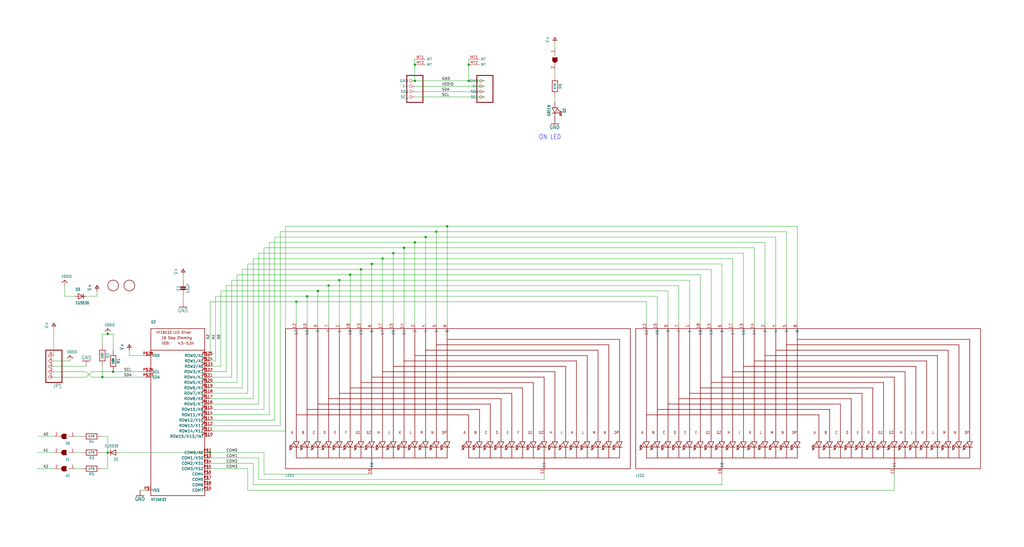
<source format=kicad_sch>
(kicad_sch (version 20230121) (generator eeschema)
  (paper "User" 482.803 257.835)
  (lib_symbols
    (symbol "working-eagle-import:CAP_CERAMIC0805-NOOUTLINE"
      (property "Reference" "C" (at -2.29 1.25 90))
      (symbol "CAP_CERAMIC0805-NOOUTLINE_1_0"
        (pin passive line (at 0 5.08 270) (length 2.54) (name "1") (number "1"))
        (pin passive line (at 0 -2.54 90) (length 2.54) (name "2") (number "2"))
      )
    )
    (symbol "working-eagle-import:DIODESOD-323F"
      (property "Reference" "D" (at -2.54 2.54 0))
      (symbol "DIODESOD-323F_1_0"
        (pin passive line (at -2.54 0 0) (length 2.54) (name "A") (number "A"))
        (pin passive line (at 2.54 0 180) (length 2.54) (name "C") (number "C"))
      )
    )
    (symbol "working-eagle-import:DISP_SEGMENT_STARBURST_DUAL_COMMONCATHODE"
      (property "Reference" "LED" (at -81.28 38.1 0))
      (symbol "DISP_SEGMENT_STARBURST_DUAL_COMMONCATHODE_1_0"
        (text "A" (at -78.74 17.78 0) (effects (font (size 1.27 1.0795)) (justify left bottom)))
        (text "A" (at 2.54 17.78 0) (effects (font (size 1.27 1.0795)) (justify left bottom)))
        (text "B" (at -73.66 17.78 0) (effects (font (size 1.27 1.0795)) (justify left bottom)))
        (text "B" (at 7.62 17.78 0) (effects (font (size 1.27 1.0795)) (justify left bottom)))
        (text "C" (at -68.58 17.78 0) (effects (font (size 1.27 1.0795)) (justify left bottom)))
        (text "C" (at 12.7 17.78 0) (effects (font (size 1.27 1.0795)) (justify left bottom)))
        (text "D" (at -63.5 17.78 0) (effects (font (size 1.27 1.0795)) (justify left bottom)))
        (text "D" (at 17.78 17.78 0) (effects (font (size 1.27 1.0795)) (justify left bottom)))
        (text "DP" (at -7.62 17.78 0) (effects (font (size 1.27 1.0795)) (justify left bottom)))
        (text "DP" (at 73.66 17.78 0) (effects (font (size 1.27 1.0795)) (justify left bottom)))
        (text "E" (at -58.42 17.78 0) (effects (font (size 1.27 1.0795)) (justify left bottom)))
        (text "E" (at 22.86 17.78 0) (effects (font (size 1.27 1.0795)) (justify left bottom)))
        (text "F" (at -53.34 17.78 0) (effects (font (size 1.27 1.0795)) (justify left bottom)))
        (text "F" (at 27.94 17.78 0) (effects (font (size 1.27 1.0795)) (justify left bottom)))
        (text "G1" (at -48.26 17.78 0) (effects (font (size 1.27 1.0795)) (justify left bottom)))
        (text "G1" (at 33.02 17.78 0) (effects (font (size 1.27 1.0795)) (justify left bottom)))
        (text "G2" (at -43.18 17.78 0) (effects (font (size 1.27 1.0795)) (justify left bottom)))
        (text "G2" (at 38.1 17.78 0) (effects (font (size 1.27 1.0795)) (justify left bottom)))
        (text "H" (at -38.1 17.78 0) (effects (font (size 1.27 1.0795)) (justify left bottom)))
        (text "H" (at 43.18 17.78 0) (effects (font (size 1.27 1.0795)) (justify left bottom)))
        (text "J" (at -33.02 17.78 0) (effects (font (size 1.27 1.0795)) (justify left bottom)))
        (text "J" (at 48.26 17.78 0) (effects (font (size 1.27 1.0795)) (justify left bottom)))
        (text "K" (at -27.94 17.78 0) (effects (font (size 1.27 1.0795)) (justify left bottom)))
        (text "K" (at 53.34 17.78 0) (effects (font (size 1.27 1.0795)) (justify left bottom)))
        (text "L" (at -22.86 17.78 0) (effects (font (size 1.27 1.0795)) (justify left bottom)))
        (text "L" (at 58.42 17.78 0) (effects (font (size 1.27 1.0795)) (justify left bottom)))
        (text "M" (at -17.78 17.78 0) (effects (font (size 1.27 1.0795)) (justify left bottom)))
        (text "M" (at 63.5 17.78 0) (effects (font (size 1.27 1.0795)) (justify left bottom)))
        (text "N" (at -12.7 17.78 0) (effects (font (size 1.27 1.0795)) (justify left bottom)))
        (text "N" (at 68.58 17.78 0) (effects (font (size 1.27 1.0795)) (justify left bottom)))
        (pin bidirectional line (at -55.88 -33.02 90) (length 2.54) (name "1") (number "1"))
        (pin bidirectional line (at -71.12 -33.02 90) (length 2.54) (name "10") (number "10"))
        (pin bidirectional line (at 40.64 38.1 270) (length 2.54) (name "11") (number "11"))
        (pin bidirectional line (at -76.2 -33.02 90) (length 2.54) (name "12") (number "12"))
        (pin bidirectional line (at -45.72 -33.02 90) (length 2.54) (name "13") (number "13"))
        (pin bidirectional line (at -25.4 -33.02 90) (length 2.54) (name "14") (number "14"))
        (pin bidirectional line (at -30.48 -33.02 90) (length 2.54) (name "15") (number "15"))
        (pin bidirectional line (at -40.64 38.1 270) (length 2.54) (name "16") (number "16"))
        (pin bidirectional line (at -35.56 -33.02 90) (length 2.54) (name "17") (number "17"))
        (pin bidirectional line (at -50.8 -33.02 90) (length 2.54) (name "18") (number "18"))
        (pin bidirectional line (at -20.32 -33.02 90) (length 2.54) (name "2") (number "2"))
        (pin bidirectional line (at -15.24 -33.02 90) (length 2.54) (name "4") (number "4"))
        (pin bidirectional line (at -10.16 -33.02 90) (length 2.54) (name "5") (number "5"))
        (pin bidirectional line (at -40.64 -33.02 90) (length 2.54) (name "6") (number "6"))
        (pin bidirectional line (at -60.96 -33.02 90) (length 2.54) (name "7") (number "7"))
        (pin bidirectional line (at -5.08 -33.02 90) (length 2.54) (name "8") (number "8"))
        (pin bidirectional line (at -66.04 -33.02 90) (length 2.54) (name "9") (number "9"))
      )
    )
    (symbol "working-eagle-import:FIDUCIAL")
    (symbol "working-eagle-import:GND" (power)
      (property "Value" "GND" (at -2.54 -2.54 0))
      (symbol "GND_1_0"
        (pin power_in line (at 0 2.54 270) (length 2.54) (name "GND") (number "1"))
      )
    )
    (symbol "working-eagle-import:HEADER-1X570MIL"
      (property "Reference" "JP" (at -6.35 8.255 0))
      (symbol "HEADER-1X570MIL_1_0"
        (pin passive inverted (at -2.54 5.08 0) (length 2.54) (name "1") (number "1"))
        (pin passive inverted (at -2.54 2.54 0) (length 2.54) (name "2") (number "2"))
        (pin passive inverted (at -2.54 0 0) (length 2.54) (name "3") (number "3"))
        (pin passive inverted (at -2.54 -2.54 0) (length 2.54) (name "4") (number "4"))
        (pin passive inverted (at -2.54 -5.08 0) (length 2.54) (name "5") (number "5"))
      )
    )
    (symbol "working-eagle-import:HT16K33_SOP28_SKINNY"
      (property "Reference" "U" (at -12.7 40.64 0))
      (symbol "HT16K33_SOP28_SKINNY_1_0"
        (text "16 Step Dimming" (at -7.62 33.02 0) (effects (font (size 1.27 1.0795)) (justify left bottom)))
        (text "4.5-5.5V" (at 0 30.48 0) (effects (font (size 1.27 1.0795)) (justify left bottom)))
        (text "HT16K33 LED Driver" (at -10.16 35.56 0) (effects (font (size 1.27 1.0795)) (justify left bottom)))
        (text "VDD:" (at -7.62 30.48 0) (effects (font (size 1.27 1.0795)) (justify left bottom)))
        (pin bidirectional line (at -15.24 -38.1 0) (length 2.54) (name "VSS") (number "P$1"))
        (pin bidirectional line (at 15.24 -12.7 180) (length 2.54) (name "ROW15/K13/INT") (number "P$10"))
        (pin bidirectional line (at 15.24 -10.16 180) (length 2.54) (name "ROW14/K12") (number "P$11"))
        (pin bidirectional line (at 15.24 -7.62 180) (length 2.54) (name "ROW13/K11") (number "P$12"))
        (pin bidirectional line (at 15.24 -5.08 180) (length 2.54) (name "ROW12/K10") (number "P$13"))
        (pin bidirectional line (at 15.24 -2.54 180) (length 2.54) (name "ROW11/K9") (number "P$14"))
        (pin bidirectional line (at 15.24 0 180) (length 2.54) (name "ROW10/K8") (number "P$15"))
        (pin bidirectional line (at 15.24 2.54 180) (length 2.54) (name "ROW9/K7") (number "P$16"))
        (pin bidirectional line (at 15.24 5.08 180) (length 2.54) (name "ROW8/K6") (number "P$17"))
        (pin bidirectional line (at 15.24 7.62 180) (length 2.54) (name "ROW7/K5") (number "P$18"))
        (pin bidirectional line (at 15.24 10.16 180) (length 2.54) (name "ROW6/K4") (number "P$19"))
        (pin bidirectional line (at 15.24 -20.32 180) (length 2.54) (name "COM0/AD") (number "P$2"))
        (pin bidirectional line (at 15.24 12.7 180) (length 2.54) (name "ROW5/K3") (number "P$20"))
        (pin bidirectional line (at 15.24 15.24 180) (length 2.54) (name "ROW4/K2") (number "P$21"))
        (pin bidirectional line (at 15.24 17.78 180) (length 2.54) (name "ROW3/K1") (number "P$22"))
        (pin bidirectional line (at 15.24 20.32 180) (length 2.54) (name "ROW2/A0") (number "P$23"))
        (pin bidirectional line (at 15.24 22.86 180) (length 2.54) (name "ROW1/A1") (number "P$24"))
        (pin bidirectional line (at 15.24 25.4 180) (length 2.54) (name "ROW0/A2") (number "P$25"))
        (pin bidirectional line (at -15.24 17.78 0) (length 2.54) (name "SCL") (number "P$26"))
        (pin bidirectional line (at -15.24 15.24 0) (length 2.54) (name "SDA") (number "P$27"))
        (pin bidirectional line (at -15.24 25.4 0) (length 2.54) (name "VDD") (number "P$28"))
        (pin bidirectional line (at 15.24 -22.86 180) (length 2.54) (name "COM1/KS0") (number "P$3"))
        (pin bidirectional line (at 15.24 -25.4 180) (length 2.54) (name "COM2/KS1") (number "P$4"))
        (pin bidirectional line (at 15.24 -27.94 180) (length 2.54) (name "COM3/KS2") (number "P$5"))
        (pin bidirectional line (at 15.24 -30.48 180) (length 2.54) (name "COM4") (number "P$6"))
        (pin bidirectional line (at 15.24 -33.02 180) (length 2.54) (name "COM5") (number "P$7"))
        (pin bidirectional line (at 15.24 -35.56 180) (length 2.54) (name "COM6") (number "P$8"))
        (pin bidirectional line (at 15.24 -38.1 180) (length 2.54) (name "COM7") (number "P$9"))
      )
    )
    (symbol "working-eagle-import:LED0603_NOOUTLINE"
      (property "Reference" "D" (at -1.27 4.445 0))
      (symbol "LED0603_NOOUTLINE_1_0"
        (pin passive line (at -5.08 0 0) (length 2.54) (name "A") (number "A"))
        (pin passive line (at 2.54 0 180) (length 2.54) (name "C") (number "C"))
      )
    )
    (symbol "working-eagle-import:RESISTOR_0603_NOOUT"
      (property "Reference" "R" (at 0 2.54 0))
      (symbol "RESISTOR_0603_NOOUT_1_0"
        (pin passive line (at -5.08 0 0) (length 2.54) (name "1") (number "1"))
        (pin passive line (at 5.08 0 180) (length 2.54) (name "2") (number "2"))
      )
    )
    (symbol "working-eagle-import:SOLDERJUMPERCLOSED"
      (property "Reference" "SJ" (at -2.54 2.54 0))
      (symbol "SOLDERJUMPERCLOSED_1_0"
        (pin passive line (at -5.08 0 0) (length 2.54) (name "1") (number "1"))
        (pin passive line (at 5.08 0 180) (length 2.54) (name "2") (number "2"))
      )
    )
    (symbol "working-eagle-import:SOLDERJUMPERREFLOW_NOPASTE"
      (property "Reference" "SJ" (at -2.54 2.54 0))
      (symbol "SOLDERJUMPERREFLOW_NOPASTE_1_0"
        (pin passive line (at -5.08 0 0) (length 2.54) (name "1") (number "1"))
        (pin passive line (at 5.08 0 180) (length 2.54) (name "2") (number "2"))
      )
    )
    (symbol "working-eagle-import:STEMMA_I2C_QTRA"
      (symbol "STEMMA_I2C_QTRA_1_0"
        (pin passive inverted (at 0 5.08 0) (length 2.54) (name "GND") (number "1"))
        (pin passive inverted (at 0 2.54 0) (length 2.54) (name "V+") (number "2"))
        (pin passive inverted (at 0 0 0) (length 2.54) (name "SDA") (number "3"))
        (pin passive inverted (at 0 -2.54 0) (length 2.54) (name "SCL") (number "4"))
      )
      (symbol "STEMMA_I2C_QTRA_2_0"
        (pin bidirectional line (at 0 0 0) (length 5.08) (name "MT") (number "MT1"))
      )
      (symbol "STEMMA_I2C_QTRA_3_0"
        (pin bidirectional line (at 0 0 0) (length 5.08) (name "MT") (number "MT2"))
      )
    )
    (symbol "working-eagle-import:V+" (power)
      (property "Value" "V+" (at -2.54 -2.54 90))
      (symbol "V+_1_0"
        (pin power_in line (at 0 -2.54 90) (length 2.54) (name "V+") (number "1"))
      )
    )
    (symbol "working-eagle-import:VDDIO" (power)
      (property "Value" "VDDIO" (at -1.524 1.016 0))
      (symbol "VDDIO_1_0"
        (pin power_in line (at 0 -2.54 90) (length 2.54) (name "VDDIO") (number "1"))
      )
    )
  )
  (junction (at 160.02 132.08))
  (junction (at 149.86 137.16))
  (junction (at 53.34 175.26))
  (junction (at 195.58 114.3))
  (junction (at 185.42 119.38))
  (junction (at 195.58 30.48))
  (junction (at 144.78 139.7))
  (junction (at 48.26 177.8))
  (junction (at 139.7 142.24))
  (junction (at 50.8 157.48))
  (junction (at 180.34 121.92))
  (junction (at 99.06 213.36))
  (junction (at 220.98 30.48))
  (junction (at 200.66 111.76))
  (junction (at 165.1 129.54))
  (junction (at 50.8 213.36))
  (junction (at 220.98 38.1))
  (junction (at 175.26 124.46))
  (junction (at 170.18 127))
  (junction (at 210.82 106.68))
  (junction (at 190.5 116.84))
  (junction (at 154.94 134.62))
  (junction (at 195.58 38.1))
  (junction (at 205.74 109.22))
  (wire (pts (xy 99.06 172.72) (xy 104.14 172.72)) (stroke (width 0.1524)))
  (wire (pts (xy 60.96 167.64) (xy 60.96 165.1)) (stroke (width 0.1524)))
  (wire (pts (xy 114.3 182.88) (xy 114.3 127)) (stroke (width 0.1524)))
  (wire (pts (xy 190.5 116.84) (xy 190.5 152.4)) (stroke (width 0.1524)))
  (wire (pts (xy 48.26 213.36) (xy 50.8 213.36)) (stroke (width 0.1524)))
  (wire (pts (xy 190.5 116.84) (xy 355.6 116.84)) (stroke (width 0.1524)))
  (wire (pts (xy 160.02 132.08) (xy 325.12 132.08)) (stroke (width 0.1524)))
  (wire (pts (xy 261.62 33.02) (xy 261.62 35.56)) (stroke (width 0.1524)))
  (wire (pts (xy 261.62 48.26) (xy 261.62 45.72)) (stroke (width 0.1524)))
  (wire (pts (xy 170.18 127) (xy 170.18 152.4)) (stroke (width 0.1524)))
  (wire (pts (xy 345.44 121.92) (xy 345.44 152.4)) (stroke (width 0.1524)))
  (wire (pts (xy 149.86 137.16) (xy 149.86 152.4)) (stroke (width 0.1524)))
  (wire (pts (xy 25.4 213.36) (xy 17.78 213.36)) (stroke (width 0.1524)))
  (wire (pts (xy 38.1 205.74) (xy 35.56 205.74)) (stroke (width 0.1524)))
  (wire (pts (xy 38.1 220.98) (xy 35.56 220.98)) (stroke (width 0.1524)))
  (wire (pts (xy 365.76 111.76) (xy 365.76 152.4)) (stroke (width 0.1524)))
  (wire (pts (xy 185.42 119.38) (xy 350.52 119.38)) (stroke (width 0.1524)))
  (wire (pts (xy 101.6 139.7) (xy 144.78 139.7)) (stroke (width 0.1524)))
  (wire (pts (xy 99.06 180.34) (xy 111.76 180.34)) (stroke (width 0.1524)))
  (wire (pts (xy 66.04 231.14) (xy 68.58 231.14)) (stroke (width 0.1524)))
  (wire (pts (xy 320.04 134.62) (xy 320.04 152.4)) (stroke (width 0.1524)))
  (wire (pts (xy 124.46 193.04) (xy 124.46 116.84)) (stroke (width 0.1524)))
  (wire (pts (xy 43.18 177.8) (xy 48.26 177.8)) (stroke (width 0.1524)))
  (wire (pts (xy 165.1 129.54) (xy 165.1 152.4)) (stroke (width 0.1524)))
  (wire (pts (xy 261.62 20.32) (xy 261.62 22.86)) (stroke (width 0.1524)))
  (wire (pts (xy 134.62 203.2) (xy 134.62 106.68)) (stroke (width 0.1524)))
  (wire (pts (xy 45.72 139.7) (xy 40.64 139.7)) (stroke (width 0.1524)))
  (wire (pts (xy 127 114.3) (xy 195.58 114.3)) (stroke (width 0.1524)))
  (wire (pts (xy 33.02 170.18) (xy 25.4 170.18)) (stroke (width 0.1524)))
  (wire (pts (xy 40.64 175.26) (xy 43.18 177.8)) (stroke (width 0.1524)))
  (wire (pts (xy 99.06 220.98) (xy 116.84 220.98)) (stroke (width 0.1524)))
  (wire (pts (xy 355.6 116.84) (xy 355.6 152.4)) (stroke (width 0.1524)))
  (wire (pts (xy 99.06 167.64) (xy 99.06 142.24)) (stroke (width 0.1524)))
  (wire (pts (xy 48.26 162.56) (xy 48.26 157.48)) (stroke (width 0.1524)))
  (wire (pts (xy 195.58 27.94) (xy 195.58 30.48)) (stroke (width 0.1524)))
  (wire (pts (xy 99.06 198.12) (xy 129.54 198.12)) (stroke (width 0.1524)))
  (wire (pts (xy 154.94 134.62) (xy 154.94 152.4)) (stroke (width 0.1524)))
  (wire (pts (xy 99.06 175.26) (xy 106.68 175.26)) (stroke (width 0.1524)))
  (wire (pts (xy 220.98 38.1) (xy 195.58 38.1)) (stroke (width 0.1524)))
  (wire (pts (xy 375.92 106.68) (xy 375.92 152.4)) (stroke (width 0.1524)))
  (wire (pts (xy 330.2 129.54) (xy 330.2 152.4)) (stroke (width 0.1524)))
  (wire (pts (xy 144.78 139.7) (xy 309.88 139.7)) (stroke (width 0.1524)))
  (wire (pts (xy 124.46 223.52) (xy 175.26 223.52)) (stroke (width 0.1524)))
  (wire (pts (xy 139.7 142.24) (xy 304.8 142.24)) (stroke (width 0.1524)))
  (wire (pts (xy 144.78 139.7) (xy 144.78 152.4)) (stroke (width 0.1524)))
  (wire (pts (xy 124.46 116.84) (xy 190.5 116.84)) (stroke (width 0.1524)))
  (wire (pts (xy 25.4 220.98) (xy 17.78 220.98)) (stroke (width 0.1524)))
  (wire (pts (xy 53.34 157.48) (xy 53.34 165.1)) (stroke (width 0.1524)))
  (wire (pts (xy 119.38 228.6) (xy 340.36 228.6)) (stroke (width 0.1524)))
  (wire (pts (xy 325.12 132.08) (xy 325.12 152.4)) (stroke (width 0.1524)))
  (wire (pts (xy 116.84 220.98) (xy 116.84 231.14)) (stroke (width 0.1524)))
  (wire (pts (xy 220.98 30.48) (xy 220.98 27.94)) (stroke (width 0.1524)))
  (wire (pts (xy 170.18 127) (xy 335.28 127)) (stroke (width 0.1524)))
  (wire (pts (xy 116.84 185.42) (xy 116.84 124.46)) (stroke (width 0.1524)))
  (wire (pts (xy 205.74 109.22) (xy 205.74 152.4)) (stroke (width 0.1524)))
  (wire (pts (xy 228.6 45.72) (xy 195.58 45.72)) (stroke (width 0.1524)))
  (wire (pts (xy 111.76 180.34) (xy 111.76 129.54)) (stroke (width 0.1524)))
  (wire (pts (xy 99.06 190.5) (xy 121.92 190.5)) (stroke (width 0.1524)))
  (wire (pts (xy 50.8 220.98) (xy 50.8 213.36)) (stroke (width 0.1524)))
  (wire (pts (xy 228.6 38.1) (xy 220.98 38.1)) (stroke (width 0.1524)))
  (wire (pts (xy 132.08 109.22) (xy 205.74 109.22)) (stroke (width 0.1524)))
  (wire (pts (xy 48.26 205.74) (xy 50.8 205.74)) (stroke (width 0.1524)))
  (wire (pts (xy 99.06 215.9) (xy 121.92 215.9)) (stroke (width 0.1524)))
  (wire (pts (xy 340.36 124.46) (xy 340.36 152.4)) (stroke (width 0.1524)))
  (wire (pts (xy 314.96 137.16) (xy 314.96 152.4)) (stroke (width 0.1524)))
  (wire (pts (xy 165.1 129.54) (xy 330.2 129.54)) (stroke (width 0.1524)))
  (wire (pts (xy 116.84 231.14) (xy 421.64 231.14)) (stroke (width 0.1524)))
  (wire (pts (xy 121.92 226.06) (xy 256.54 226.06)) (stroke (width 0.1524)))
  (wire (pts (xy 50.8 157.48) (xy 53.34 157.48)) (stroke (width 0.1524)))
  (wire (pts (xy 99.06 203.2) (xy 134.62 203.2)) (stroke (width 0.1524)))
  (wire (pts (xy 124.46 213.36) (xy 124.46 223.52)) (stroke (width 0.1524)))
  (wire (pts (xy 421.64 231.14) (xy 421.64 223.52)) (stroke (width 0.1524)))
  (wire (pts (xy 48.26 157.48) (xy 50.8 157.48)) (stroke (width 0.1524)))
  (wire (pts (xy 119.38 121.92) (xy 180.34 121.92)) (stroke (width 0.1524)))
  (wire (pts (xy 99.06 213.36) (xy 124.46 213.36)) (stroke (width 0.1524)))
  (wire (pts (xy 99.06 182.88) (xy 114.3 182.88)) (stroke (width 0.1524)))
  (wire (pts (xy 210.82 106.68) (xy 210.82 152.4)) (stroke (width 0.1524)))
  (wire (pts (xy 48.26 220.98) (xy 50.8 220.98)) (stroke (width 0.1524)))
  (wire (pts (xy 335.28 127) (xy 335.28 152.4)) (stroke (width 0.1524)))
  (wire (pts (xy 149.86 137.16) (xy 314.96 137.16)) (stroke (width 0.1524)))
  (wire (pts (xy 68.58 175.26) (xy 53.34 175.26)) (stroke (width 0.1524)))
  (wire (pts (xy 104.14 172.72) (xy 104.14 137.16)) (stroke (width 0.1524)))
  (wire (pts (xy 99.06 185.42) (xy 116.84 185.42)) (stroke (width 0.1524)))
  (wire (pts (xy 106.68 134.62) (xy 154.94 134.62)) (stroke (width 0.1524)))
  (wire (pts (xy 200.66 111.76) (xy 200.66 152.4)) (stroke (width 0.1524)))
  (wire (pts (xy 256.54 226.06) (xy 256.54 223.52)) (stroke (width 0.1524)))
  (wire (pts (xy 114.3 127) (xy 170.18 127)) (stroke (width 0.1524)))
  (wire (pts (xy 30.48 139.7) (xy 30.48 134.62)) (stroke (width 0.1524)))
  (wire (pts (xy 99.06 170.18) (xy 101.6 170.18)) (stroke (width 0.1524)))
  (wire (pts (xy 132.08 200.66) (xy 132.08 109.22)) (stroke (width 0.1524)))
  (wire (pts (xy 205.74 109.22) (xy 370.84 109.22)) (stroke (width 0.1524)))
  (wire (pts (xy 210.82 106.68) (xy 375.92 106.68)) (stroke (width 0.1524)))
  (wire (pts (xy 121.92 119.38) (xy 185.42 119.38)) (stroke (width 0.1524)))
  (wire (pts (xy 43.18 175.26) (xy 40.64 177.8)) (stroke (width 0.1524)))
  (wire (pts (xy 360.68 114.3) (xy 360.68 152.4)) (stroke (width 0.1524)))
  (wire (pts (xy 99.06 177.8) (xy 109.22 177.8)) (stroke (width 0.1524)))
  (wire (pts (xy 109.22 177.8) (xy 109.22 132.08)) (stroke (width 0.1524)))
  (wire (pts (xy 370.84 109.22) (xy 370.84 152.4)) (stroke (width 0.1524)))
  (wire (pts (xy 175.26 124.46) (xy 340.36 124.46)) (stroke (width 0.1524)))
  (wire (pts (xy 195.58 114.3) (xy 360.68 114.3)) (stroke (width 0.1524)))
  (wire (pts (xy 104.14 137.16) (xy 149.86 137.16)) (stroke (width 0.1524)))
  (wire (pts (xy 35.56 139.7) (xy 30.48 139.7)) (stroke (width 0.1524)))
  (wire (pts (xy 228.6 43.18) (xy 195.58 43.18)) (stroke (width 0.1524)))
  (wire (pts (xy 99.06 193.04) (xy 124.46 193.04)) (stroke (width 0.1524)))
  (wire (pts (xy 139.7 142.24) (xy 139.7 152.4)) (stroke (width 0.1524)))
  (wire (pts (xy 40.64 172.72) (xy 25.4 172.72)) (stroke (width 0.1524)))
  (wire (pts (xy 99.06 218.44) (xy 119.38 218.44)) (stroke (width 0.1524)))
  (wire (pts (xy 68.58 167.64) (xy 60.96 167.64)) (stroke (width 0.1524)))
  (wire (pts (xy 38.1 213.36) (xy 35.56 213.36)) (stroke (width 0.1524)))
  (wire (pts (xy 129.54 198.12) (xy 129.54 111.76)) (stroke (width 0.1524)))
  (wire (pts (xy 50.8 213.36) (xy 50.8 205.74)) (stroke (width 0.1524)))
  (wire (pts (xy 25.4 167.64) (xy 25.4 154.94)) (stroke (width 0.1524)))
  (wire (pts (xy 180.34 121.92) (xy 345.44 121.92)) (stroke (width 0.1524)))
  (wire (pts (xy 111.76 129.54) (xy 165.1 129.54)) (stroke (width 0.1524)))
  (wire (pts (xy 99.06 195.58) (xy 127 195.58)) (stroke (width 0.1524)))
  (wire (pts (xy 17.78 205.74) (xy 25.4 205.74)) (stroke (width 0.1524)))
  (wire (pts (xy 220.98 38.1) (xy 220.98 30.48)) (stroke (width 0.1524)))
  (wire (pts (xy 228.6 40.64) (xy 195.58 40.64)) (stroke (width 0.1524)))
  (wire (pts (xy 200.66 111.76) (xy 365.76 111.76)) (stroke (width 0.1524)))
  (wire (pts (xy 119.38 218.44) (xy 119.38 228.6)) (stroke (width 0.1524)))
  (wire (pts (xy 45.72 137.16) (xy 45.72 139.7)) (stroke (width 0.1524)))
  (wire (pts (xy 180.34 121.92) (xy 180.34 152.4)) (stroke (width 0.1524)))
  (wire (pts (xy 195.58 114.3) (xy 195.58 152.4)) (stroke (width 0.1524)))
  (wire (pts (xy 160.02 132.08) (xy 160.02 152.4)) (stroke (width 0.1524)))
  (wire (pts (xy 86.36 129.54) (xy 86.36 132.08)) (stroke (width 0.1524)))
  (wire (pts (xy 99.06 142.24) (xy 139.7 142.24)) (stroke (width 0.1524)))
  (wire (pts (xy 309.88 139.7) (xy 309.88 152.4)) (stroke (width 0.1524)))
  (wire (pts (xy 99.06 187.96) (xy 119.38 187.96)) (stroke (width 0.1524)))
  (wire (pts (xy 86.36 142.24) (xy 86.36 139.7)) (stroke (width 0.1524)))
  (wire (pts (xy 134.62 106.68) (xy 210.82 106.68)) (stroke (width 0.1524)))
  (wire (pts (xy 106.68 175.26) (xy 106.68 134.62)) (stroke (width 0.1524)))
  (wire (pts (xy 109.22 132.08) (xy 160.02 132.08)) (stroke (width 0.1524)))
  (wire (pts (xy 40.64 177.8) (xy 25.4 177.8)) (stroke (width 0.1524)))
  (wire (pts (xy 119.38 187.96) (xy 119.38 121.92)) (stroke (width 0.1524)))
  (wire (pts (xy 53.34 175.26) (xy 43.18 175.26)) (stroke (width 0.1524)))
  (wire (pts (xy 116.84 124.46) (xy 175.26 124.46)) (stroke (width 0.1524)))
  (wire (pts (xy 175.26 124.46) (xy 175.26 152.4)) (stroke (width 0.1524)))
  (wire (pts (xy 55.88 213.36) (xy 99.06 213.36)) (stroke (width 0.1524)))
  (wire (pts (xy 99.06 200.66) (xy 132.08 200.66)) (stroke (width 0.1524)))
  (wire (pts (xy 304.8 142.24) (xy 304.8 152.4)) (stroke (width 0.1524)))
  (wire (pts (xy 68.58 177.8) (xy 48.26 177.8)) (stroke (width 0.1524)))
  (wire (pts (xy 25.4 175.26) (xy 40.64 175.26)) (stroke (width 0.1524)))
  (wire (pts (xy 154.94 134.62) (xy 320.04 134.62)) (stroke (width 0.1524)))
  (wire (pts (xy 48.26 177.8) (xy 48.26 172.72)) (stroke (width 0.1524)))
  (wire (pts (xy 121.92 215.9) (xy 121.92 226.06)) (stroke (width 0.1524)))
  (wire (pts (xy 121.92 190.5) (xy 121.92 119.38)) (stroke (width 0.1524)))
  (wire (pts (xy 340.36 228.6) (xy 340.36 223.52)) (stroke (width 0.1524)))
  (wire (pts (xy 129.54 111.76) (xy 200.66 111.76)) (stroke (width 0.1524)))
  (wire (pts (xy 195.58 30.48) (xy 195.58 38.1)) (stroke (width 0.1524)))
  (wire (pts (xy 185.42 119.38) (xy 185.42 152.4)) (stroke (width 0.1524)))
  (wire (pts (xy 350.52 119.38) (xy 350.52 152.4)) (stroke (width 0.1524)))
  (wire (pts (xy 101.6 170.18) (xy 101.6 139.7)) (stroke (width 0.1524)))
  (wire (pts (xy 127 195.58) (xy 127 114.3)) (stroke (width 0.1524)))
  (text "ON LED" (at 254 66.04 0) (effects (font (size 2.1844 1.8567)) (justify left bottom)))
  (label "SDA" (at 208.28 43.18 0) (effects (font (size 1.2446 1.2446))))
  (label "COM2" (at 106.68 218.44 0) (effects (font (size 1.2446 1.2446))))
  (label "COM3" (at 106.68 220.98 0) (effects (font (size 1.2446 1.2446))))
  (label "A0" (at 104.14 160.02 90) (effects (font (size 1.2446 1.2446))))
  (label "GND" (at 208.28 38.1 0) (effects (font (size 1.2446 1.2446))))
  (label "COM1" (at 106.68 215.9 0) (effects (font (size 1.2446 1.2446))))
  (label "A2" (at 99.06 160.02 90) (effects (font (size 1.2446 1.2446))))
  (label "SCL" (at 208.28 45.72 0) (effects (font (size 1.2446 1.2446))))
  (label "VDDIO" (at 208.28 40.64 0) (effects (font (size 1.2446 1.2446))))
  (label "A0" (at 22.86 205.74 180) (effects (font (size 1.2446 1.2446))))
  (label "SCL" (at 58.42 175.26 0) (effects (font (size 1.2446 1.2446))))
  (label "A1" (at 22.86 213.36 180) (effects (font (size 1.2446 1.2446))))
  (label "A1" (at 101.6 160.02 90) (effects (font (size 1.2446 1.2446))))
  (label "COM0" (at 106.68 213.36 0) (effects (font (size 1.2446 1.2446))))
  (label "A2" (at 22.86 220.98 180) (effects (font (size 1.2446 1.2446))))
  (label "SDA" (at 58.42 177.8 0) (effects (font (size 1.2446 1.2446))))
  (symbol (lib_id "working-eagle-import:GND") (at 261.62 58.42 0) (unit 1)
    (property "Reference" "#GND6" (effects hide))
    (property "Value" "GND" (at 259.08 60.96 0) (effects (font (size 1.778 1.5113)) (justify left bottom)))
  )
  (symbol (lib_id "working-eagle-import:CAP_CERAMIC0805-NOOUTLINE") (at 86.36 137.16 0) (unit 1)
    (property "Reference" "C1" (at 84.07 135.91 90))
    (property "Value" "10uF" (at 88.66 135.91 90))
    (property "Footprint" "working:0805-NO" (effects hide))
  )
  (symbol (lib_id "working-eagle-import:DISP_SEGMENT_STARBURST_DUAL_COMMONCATHODE") (at 215.9 185.42 0) (mirror x) (unit 1)
    (property "Reference" "LED1" (at 134.62 223.52 0) (effects (font (size 1.27 1.0795)) (justify left bottom)))
    (property "Value" "DISP_SEGMENT_STARBURST_DUAL_COMMONCATHODE" (effects hide))
    (property "Footprint" "working:SEGMENT_STARTBUST_DUAL_KWA-541CBB" (effects hide))
  )
  (symbol (lib_id "working-eagle-import:STEMMA_I2C_QTRA") (at 220.98 30.48 0) (unit 3)
    (property "Reference" "CONN2" (effects hide))
    (property "Value" "STEMMA_I2C_QTRA" (effects hide))
    (property "Footprint" "working:JST_SH4_RA" (effects hide))
  )
  (symbol (lib_id "working-eagle-import:GND") (at 66.04 233.68 0) (unit 1)
    (property "Reference" "#GND5" (effects hide))
    (property "Value" "GND" (at 63.5 236.22 0) (effects (font (size 1.778 1.5113)) (justify left bottom)))
  )
  (symbol (lib_id "working-eagle-import:LED0603_NOOUTLINE") (at 261.62 53.34 270) (unit 1)
    (property "Reference" "D2" (at 266.065 52.07 0) (effects (font (size 1.27 1.0795))))
    (property "Value" "GREEN" (at 258.826 52.07 0) (effects (font (size 1.27 1.0795))))
    (property "Footprint" "working:CHIPLED_0603_NOOUTLINE" (effects hide))
  )
  (symbol (lib_id "working-eagle-import:V+") (at 25.4 152.4 0) (unit 1)
    (property "Reference" "#P+3" (effects hide))
    (property "Value" "V+" (at 22.86 154.94 90) (effects (font (size 1.778 1.5113)) (justify left bottom)))
  )
  (symbol (lib_id "working-eagle-import:STEMMA_I2C_QTRA") (at 220.98 27.94 0) (unit 2)
    (property "Reference" "CONN2" (effects hide))
    (property "Value" "STEMMA_I2C_QTRA" (effects hide))
    (property "Footprint" "working:JST_SH4_RA" (effects hide))
  )
  (symbol (lib_id "working-eagle-import:VDDIO") (at 30.48 132.08 0) (unit 1)
    (property "Reference" "#U$4" (effects hide))
    (property "Value" "VDDIO" (at 28.956 131.064 0) (effects (font (size 1.27 1.0795)) (justify left bottom)))
  )
  (symbol (lib_id "working-eagle-import:FIDUCIAL") (at 60.96 134.62 0) (unit 1)
    (property "Reference" "U$2" (effects hide))
    (property "Value" "FIDUCIAL" (effects hide))
    (property "Footprint" "working:FIDUCIAL_1MM" (effects hide))
  )
  (symbol (lib_id "working-eagle-import:DISP_SEGMENT_STARBURST_DUAL_COMMONCATHODE") (at 381 185.42 0) (mirror x) (unit 1)
    (property "Reference" "LED2" (at 299.72 223.52 0) (effects (font (size 1.27 1.0795)) (justify left bottom)))
    (property "Value" "DISP_SEGMENT_STARBURST_DUAL_COMMONCATHODE" (effects hide))
    (property "Footprint" "working:SEGMENT_STARTBUST_DUAL_KWA-541CBB" (effects hide))
  )
  (symbol (lib_id "working-eagle-import:STEMMA_I2C_QTRA") (at 195.58 27.94 0) (unit 2)
    (property "Reference" "CONN1" (effects hide))
    (property "Value" "STEMMA_I2C_QTRA" (effects hide))
    (property "Footprint" "working:JST_SH4_RA" (effects hide))
  )
  (symbol (lib_id "working-eagle-import:DIODESOD-323F") (at 53.34 213.36 180) (unit 1)
    (property "Reference" "D1" (at 55.88 215.9 0) (effects (font (size 1.27 1.0795)) (justify left bottom)))
    (property "Value" "CUS530" (at 55.88 209.55 0) (effects (font (size 1.27 1.0795)) (justify left bottom)))
    (property "Footprint" "working:SOD-323F" (effects hide))
  )
  (symbol (lib_id "working-eagle-import:V+") (at 261.62 17.78 0) (unit 1)
    (property "Reference" "#P+5" (effects hide))
    (property "Value" "V+" (at 259.08 20.32 90) (effects (font (size 1.778 1.5113)) (justify left bottom)))
  )
  (symbol (lib_id "working-eagle-import:RESISTOR_0603_NOOUT") (at 48.26 167.64 270) (unit 1)
    (property "Reference" "R2" (at 50.8 167.64 0))
    (property "Value" "10K" (at 48.26 167.64 0) (effects (font (size 1.016 1.016) bold)))
    (property "Footprint" "working:0603-NO" (effects hide))
  )
  (symbol (lib_id "working-eagle-import:GND") (at 86.36 144.78 0) (unit 1)
    (property "Reference" "#GND3" (effects hide))
    (property "Value" "GND" (at 83.82 147.32 0) (effects (font (size 1.778 1.5113)) (justify left bottom)))
  )
  (symbol (lib_id "working-eagle-import:RESISTOR_0603_NOOUT") (at 43.18 213.36 180) (unit 1)
    (property "Reference" "R3" (at 43.18 215.9 0))
    (property "Value" "47K" (at 43.18 213.36 0) (effects (font (size 1.016 1.016) bold)))
    (property "Footprint" "working:0603-NO" (effects hide))
  )
  (symbol (lib_id "working-eagle-import:RESISTOR_0603_NOOUT") (at 53.34 170.18 270) (unit 1)
    (property "Reference" "R1" (at 55.88 170.18 0))
    (property "Value" "10K" (at 53.34 170.18 0) (effects (font (size 1.016 1.016) bold)))
    (property "Footprint" "working:0603-NO" (effects hide))
  )
  (symbol (lib_id "working-eagle-import:V+") (at 45.72 134.62 0) (unit 1)
    (property "Reference" "#P+2" (effects hide))
    (property "Value" "V+" (at 43.18 137.16 90) (effects (font (size 1.778 1.5113)) (justify left bottom)))
  )
  (symbol (lib_id "working-eagle-import:HEADER-1X570MIL") (at 22.86 172.72 180) (unit 1)
    (property "Reference" "JP1" (at 29.21 180.975 0) (effects (font (size 1.778 1.5113)) (justify left bottom)))
    (property "Value" "HEADER-1X570MIL" (effects hide))
    (property "Footprint" "working:1X05_ROUND_70" (effects hide))
  )
  (symbol (lib_id "working-eagle-import:GND") (at 40.64 170.18 180) (unit 1)
    (property "Reference" "#GND2" (effects hide))
    (property "Value" "GND" (at 43.18 167.64 0) (effects (font (size 1.778 1.5113)) (justify left bottom)))
  )
  (symbol (lib_id "working-eagle-import:V+") (at 60.96 162.56 0) (unit 1)
    (property "Reference" "#P+4" (effects hide))
    (property "Value" "V+" (at 58.42 165.1 90) (effects (font (size 1.778 1.5113)) (justify left bottom)))
  )
  (symbol (lib_id "working-eagle-import:FIDUCIAL") (at 53.34 134.62 0) (unit 1)
    (property "Reference" "U$1" (effects hide))
    (property "Value" "FIDUCIAL" (effects hide))
    (property "Footprint" "working:FIDUCIAL_1MM" (effects hide))
  )
  (symbol (lib_id "working-eagle-import:SOLDERJUMPERREFLOW_NOPASTE") (at 30.48 205.74 180) (unit 1)
    (property "Reference" "A0" (at 33.02 208.28 0) (effects (font (size 1.27 1.0795)) (justify left bottom)))
    (property "Value" "SOLDERJUMPERREFLOW_NOPASTE" (effects hide))
    (property "Footprint" "working:SOLDERJUMPER_REFLOW_NOPASTE" (effects hide))
  )
  (symbol (lib_id "working-eagle-import:STEMMA_I2C_QTRA") (at 228.6 43.18 0) (mirror y) (unit 1)
    (property "Reference" "CONN2" (effects hide))
    (property "Value" "STEMMA_I2C_QTRA" (effects hide))
    (property "Footprint" "working:JST_SH4_RA" (effects hide))
  )
  (symbol (lib_id "working-eagle-import:STEMMA_I2C_QTRA") (at 195.58 30.48 0) (unit 3)
    (property "Reference" "CONN1" (effects hide))
    (property "Value" "STEMMA_I2C_QTRA" (effects hide))
    (property "Footprint" "working:JST_SH4_RA" (effects hide))
  )
  (symbol (lib_id "working-eagle-import:VDDIO") (at 33.02 167.64 0) (unit 1)
    (property "Reference" "#U$9" (effects hide))
    (property "Value" "VDDIO" (at 31.496 166.624 0) (effects (font (size 1.27 1.0795)) (justify left bottom)))
  )
  (symbol (lib_id "working-eagle-import:SOLDERJUMPERREFLOW_NOPASTE") (at 30.48 220.98 180) (unit 1)
    (property "Reference" "A2" (at 33.02 223.52 0) (effects (font (size 1.27 1.0795)) (justify left bottom)))
    (property "Value" "SOLDERJUMPERREFLOW_NOPASTE" (effects hide))
    (property "Footprint" "working:SOLDERJUMPER_REFLOW_NOPASTE" (effects hide))
  )
  (symbol (lib_id "working-eagle-import:HT16K33_SOP28_SKINNY") (at 83.82 193.04 0) (unit 1)
    (property "Reference" "U2" (at 71.12 152.4 0) (effects (font (size 1.27 1.0795)) (justify left bottom)))
    (property "Value" "HT16K33" (at 71.12 236.22 0) (effects (font (size 1.27 1.0795)) (justify left bottom)))
    (property "Footprint" "working:SOP28_300MIL_SKINNY" (effects hide))
  )
  (symbol (lib_id "working-eagle-import:RESISTOR_0603_NOOUT") (at 261.62 40.64 270) (unit 1)
    (property "Reference" "R6" (at 264.16 40.64 0))
    (property "Value" "47K" (at 261.62 40.64 0) (effects (font (size 1.016 1.016) bold)))
    (property "Footprint" "working:0603-NO" (effects hide))
  )
  (symbol (lib_id "working-eagle-import:STEMMA_I2C_QTRA") (at 195.58 43.18 0) (mirror y) (unit 1)
    (property "Reference" "CONN1" (effects hide))
    (property "Value" "STEMMA_I2C_QTRA" (effects hide))
    (property "Footprint" "working:JST_SH4_RA" (effects hide))
  )
  (symbol (lib_id "working-eagle-import:VDDIO") (at 50.8 154.94 0) (unit 1)
    (property "Reference" "#U$5" (effects hide))
    (property "Value" "VDDIO" (at 49.276 153.924 0) (effects (font (size 1.27 1.0795)) (justify left bottom)))
  )
  (symbol (lib_id "working-eagle-import:DIODESOD-323F") (at 38.1 139.7 0) (unit 1)
    (property "Reference" "D3" (at 35.56 137.16 0) (effects (font (size 1.27 1.0795)) (justify left bottom)))
    (property "Value" "CUS530" (at 35.56 143.51 0) (effects (font (size 1.27 1.0795)) (justify left bottom)))
    (property "Footprint" "working:SOD-323F" (effects hide))
  )
  (symbol (lib_id "working-eagle-import:V+") (at 86.36 127 0) (unit 1)
    (property "Reference" "#P+1" (effects hide))
    (property "Value" "V+" (at 83.82 129.54 90) (effects (font (size 1.778 1.5113)) (justify left bottom)))
  )
  (symbol (lib_id "working-eagle-import:RESISTOR_0603_NOOUT") (at 43.18 220.98 180) (unit 1)
    (property "Reference" "R5" (at 43.18 223.52 0))
    (property "Value" "47K" (at 43.18 220.98 0) (effects (font (size 1.016 1.016) bold)))
    (property "Footprint" "working:0603-NO" (effects hide))
  )
  (symbol (lib_id "working-eagle-import:SOLDERJUMPERCLOSED") (at 261.62 27.94 270) (unit 1)
    (property "Reference" "LEDJMP0" (effects hide))
    (property "Value" "SOLDERJUMPERCLOSED" (effects hide))
    (property "Footprint" "working:SOLDERJUMPER_CLOSEDWIRE" (effects hide))
  )
  (symbol (lib_id "working-eagle-import:RESISTOR_0603_NOOUT") (at 43.18 205.74 180) (unit 1)
    (property "Reference" "R4" (at 43.18 208.28 0))
    (property "Value" "47K" (at 43.18 205.74 0) (effects (font (size 1.016 1.016) bold)))
    (property "Footprint" "working:0603-NO" (effects hide))
  )
  (symbol (lib_id "working-eagle-import:SOLDERJUMPERREFLOW_NOPASTE") (at 30.48 213.36 180) (unit 1)
    (property "Reference" "A1" (at 33.02 215.9 0) (effects (font (size 1.27 1.0795)) (justify left bottom)))
    (property "Value" "SOLDERJUMPERREFLOW_NOPASTE" (effects hide))
    (property "Footprint" "working:SOLDERJUMPER_REFLOW_NOPASTE" (effects hide))
  )
)
</source>
